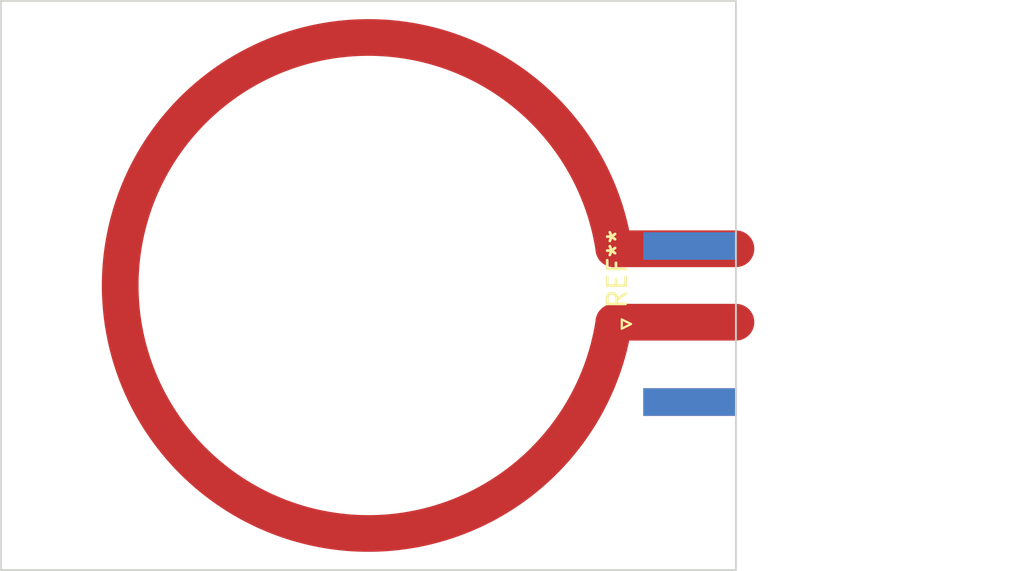
<source format=kicad_pcb>
(kicad_pcb (version 20221018) (generator pcbnew)
  (layers (0 "F.Cu" signal) (31 "B.Cu" signal) (34 "B.Paste" user) (35 "F.Paste" user) (36 "B.SilkS" user "B.Silkscreen") (37 "F.SilkS" user "F.Silkscreen") (38 "B.Mask" user) (39 "F.Mask" user) (44 "Edge.Cuts" user))
  (net 0 "")
  (footprint "Connector_Coaxial:SMA_Amphenol_132289_EdgeMount" (layer "F.Cu") (at 137.5 117.6)
    (fp_text reference "REF**" (at -3.96 -3 90) (layer "F.SilkS"))
    (fp_text value "SMA_Amphenol_132289_EdgeMount")
    (fp_line (start -3.71 -0.25) (end -3.71 0.25) (stroke (width 0.12)) (layer "F.SilkS"))
    (fp_line (start -3.71 0.25) (end -3.21 0) (stroke (width 0.12)) (layer "F.SilkS"))
    (fp_line (start -3.21 0) (end -3.71 -0.25) (stroke (width 0.12)) (layer "F.SilkS"))
    (pad "1" smd rect (at 0 0 90) (size 1.5 5.08) (layers "F.Cu" "F.Paste" "F.Mask"))
    (pad "2" smd rect (at 0 -4.25 90) (size 1.5 5.08) (layers "F.Cu" "F.Paste" "F.Mask"))
    (pad "2" smd rect (at 0 -4.25 90) (size 1.5 5.08) (layers "B.Cu" "B.Paste" "B.Mask"))
    (pad "2" smd rect (at 0 4.25 90) (size 1.5 5.08) (layers "F.Cu" "F.Paste" "F.Mask"))
    (pad "2" smd rect (at 0 4.25 90) (size 1.5 5.08) (layers "B.Cu" "B.Paste" "B.Mask"))
  )
  (gr_line (start 133.3593 113.5) (end 140 113.5) (stroke (width 2)) (layer "F.Cu"))
  (gr_arc (start 133.359299 117.5) (mid 106.491824 115.5) (end 133.359299 113.5) (stroke (width 2)) (layer "F.Cu"))
  (gr_line (start 139.7 116.84) (end 139.7 116.84) (stroke (width 0.2)) (layer "F.Cu"))
  (gr_line (start 133.3593 117.5) (end 140 117.5) (stroke (width 2)) (layer "F.Cu"))
  (gr_rect (start 100 100) (end 140 131) (stroke (width 0.1)) (fill none) (layer "Edge.Cuts"))
)
</source>
